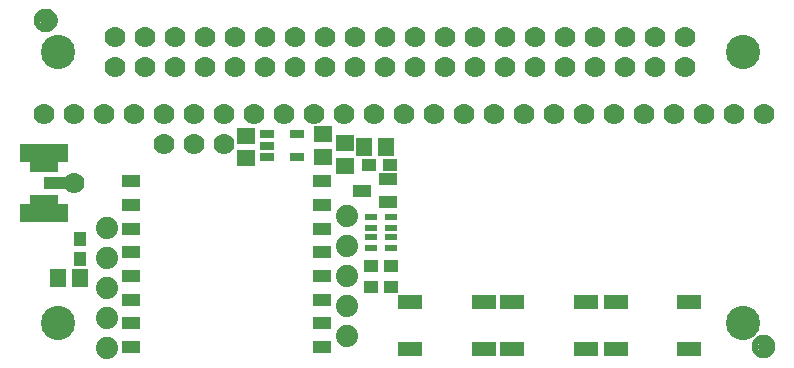
<source format=gbr>
G04 EAGLE Gerber RS-274X export*
G75*
%MOMM*%
%FSLAX34Y34*%
%LPD*%
%INSoldermask Top*%
%IPPOS*%
%AMOC8*
5,1,8,0,0,1.08239X$1,22.5*%
G01*
%ADD10C,2.901600*%
%ADD11C,1.778000*%
%ADD12R,1.341600X1.601600*%
%ADD13R,1.601600X1.101600*%
%ADD14R,4.165600X1.625600*%
%ADD15R,2.133600X1.117600*%
%ADD16R,2.336800X0.914400*%
%ADD17C,1.879600*%
%ADD18C,1.101600*%
%ADD19C,0.500000*%
%ADD20R,1.301600X0.651600*%
%ADD21R,1.601600X1.341600*%
%ADD22R,1.101600X1.176600*%
%ADD23R,1.176600X1.101600*%
%ADD24R,1.501600X1.101600*%
%ADD25R,2.101600X1.301600*%
%ADD26R,1.001600X0.551600*%


D10*
X35000Y263730D03*
X615000Y263730D03*
X615000Y33730D03*
X35000Y33730D03*
D11*
X83700Y251030D03*
X83700Y276430D03*
X109100Y251030D03*
X109100Y276430D03*
X134500Y251030D03*
X134500Y276430D03*
X159900Y251030D03*
X159900Y276430D03*
X185300Y251030D03*
X185300Y276430D03*
X210700Y251030D03*
X210700Y276430D03*
X236100Y251030D03*
X236100Y276430D03*
X261500Y251030D03*
X261500Y276430D03*
X286900Y251030D03*
X286900Y276430D03*
X312300Y251030D03*
X312300Y276430D03*
X337700Y251030D03*
X337700Y276430D03*
X363100Y251030D03*
X363100Y276430D03*
X388500Y251030D03*
X388500Y276430D03*
X413900Y251030D03*
X413900Y276430D03*
X439300Y251030D03*
X439300Y276430D03*
X464700Y251030D03*
X464700Y276430D03*
X490100Y251030D03*
X490100Y276430D03*
X515500Y251030D03*
X515500Y276430D03*
X540900Y251030D03*
X540900Y276430D03*
X566300Y251030D03*
X566300Y276430D03*
X22860Y210820D03*
X48260Y210820D03*
X73660Y210820D03*
X99060Y210820D03*
X124460Y210820D03*
X149860Y210820D03*
X175260Y210820D03*
X200660Y210820D03*
X226060Y210820D03*
X251460Y210820D03*
X276860Y210820D03*
X302260Y210820D03*
X327660Y210820D03*
X353060Y210820D03*
X378460Y210820D03*
X403860Y210820D03*
X429260Y210820D03*
X454660Y210820D03*
X480060Y210820D03*
X505460Y210820D03*
X530860Y210820D03*
X556260Y210820D03*
X581660Y210820D03*
X607060Y210820D03*
X632460Y210820D03*
D12*
X53950Y72390D03*
X34950Y72390D03*
D13*
X96800Y153820D03*
X96800Y133820D03*
X96800Y113820D03*
X96800Y93820D03*
X96800Y73820D03*
X96800Y53820D03*
X96800Y33820D03*
X96800Y13820D03*
X258800Y13820D03*
X258800Y33820D03*
X258800Y53820D03*
X258800Y73820D03*
X258800Y93820D03*
X258800Y113820D03*
X258800Y133820D03*
X258800Y153820D03*
D14*
X22860Y177800D03*
X22860Y127000D03*
D15*
X33020Y152400D03*
D16*
X23114Y166354D03*
X23114Y138446D03*
D17*
X76200Y12700D03*
X76200Y38100D03*
X76200Y63500D03*
X76200Y88900D03*
X76200Y114300D03*
D18*
X24765Y290195D03*
D19*
X24765Y297695D02*
X24584Y297693D01*
X24403Y297686D01*
X24222Y297675D01*
X24041Y297660D01*
X23861Y297640D01*
X23681Y297616D01*
X23502Y297588D01*
X23324Y297555D01*
X23147Y297518D01*
X22970Y297477D01*
X22795Y297432D01*
X22620Y297382D01*
X22447Y297328D01*
X22276Y297270D01*
X22105Y297208D01*
X21937Y297141D01*
X21770Y297071D01*
X21604Y296997D01*
X21441Y296918D01*
X21280Y296836D01*
X21120Y296750D01*
X20963Y296660D01*
X20808Y296566D01*
X20655Y296469D01*
X20505Y296367D01*
X20357Y296263D01*
X20211Y296154D01*
X20069Y296043D01*
X19929Y295927D01*
X19792Y295809D01*
X19657Y295687D01*
X19526Y295562D01*
X19398Y295434D01*
X19273Y295303D01*
X19151Y295168D01*
X19033Y295031D01*
X18917Y294891D01*
X18806Y294749D01*
X18697Y294603D01*
X18593Y294455D01*
X18491Y294305D01*
X18394Y294152D01*
X18300Y293997D01*
X18210Y293840D01*
X18124Y293680D01*
X18042Y293519D01*
X17963Y293356D01*
X17889Y293190D01*
X17819Y293023D01*
X17752Y292855D01*
X17690Y292684D01*
X17632Y292513D01*
X17578Y292340D01*
X17528Y292165D01*
X17483Y291990D01*
X17442Y291813D01*
X17405Y291636D01*
X17372Y291458D01*
X17344Y291279D01*
X17320Y291099D01*
X17300Y290919D01*
X17285Y290738D01*
X17274Y290557D01*
X17267Y290376D01*
X17265Y290195D01*
X24765Y297695D02*
X24946Y297693D01*
X25127Y297686D01*
X25308Y297675D01*
X25489Y297660D01*
X25669Y297640D01*
X25849Y297616D01*
X26028Y297588D01*
X26206Y297555D01*
X26383Y297518D01*
X26560Y297477D01*
X26735Y297432D01*
X26910Y297382D01*
X27083Y297328D01*
X27254Y297270D01*
X27425Y297208D01*
X27593Y297141D01*
X27760Y297071D01*
X27926Y296997D01*
X28089Y296918D01*
X28250Y296836D01*
X28410Y296750D01*
X28567Y296660D01*
X28722Y296566D01*
X28875Y296469D01*
X29025Y296367D01*
X29173Y296263D01*
X29319Y296154D01*
X29461Y296043D01*
X29601Y295927D01*
X29738Y295809D01*
X29873Y295687D01*
X30004Y295562D01*
X30132Y295434D01*
X30257Y295303D01*
X30379Y295168D01*
X30497Y295031D01*
X30613Y294891D01*
X30724Y294749D01*
X30833Y294603D01*
X30937Y294455D01*
X31039Y294305D01*
X31136Y294152D01*
X31230Y293997D01*
X31320Y293840D01*
X31406Y293680D01*
X31488Y293519D01*
X31567Y293356D01*
X31641Y293190D01*
X31711Y293023D01*
X31778Y292855D01*
X31840Y292684D01*
X31898Y292513D01*
X31952Y292340D01*
X32002Y292165D01*
X32047Y291990D01*
X32088Y291813D01*
X32125Y291636D01*
X32158Y291458D01*
X32186Y291279D01*
X32210Y291099D01*
X32230Y290919D01*
X32245Y290738D01*
X32256Y290557D01*
X32263Y290376D01*
X32265Y290195D01*
X32263Y290014D01*
X32256Y289833D01*
X32245Y289652D01*
X32230Y289471D01*
X32210Y289291D01*
X32186Y289111D01*
X32158Y288932D01*
X32125Y288754D01*
X32088Y288577D01*
X32047Y288400D01*
X32002Y288225D01*
X31952Y288050D01*
X31898Y287877D01*
X31840Y287706D01*
X31778Y287535D01*
X31711Y287367D01*
X31641Y287200D01*
X31567Y287034D01*
X31488Y286871D01*
X31406Y286710D01*
X31320Y286550D01*
X31230Y286393D01*
X31136Y286238D01*
X31039Y286085D01*
X30937Y285935D01*
X30833Y285787D01*
X30724Y285641D01*
X30613Y285499D01*
X30497Y285359D01*
X30379Y285222D01*
X30257Y285087D01*
X30132Y284956D01*
X30004Y284828D01*
X29873Y284703D01*
X29738Y284581D01*
X29601Y284463D01*
X29461Y284347D01*
X29319Y284236D01*
X29173Y284127D01*
X29025Y284023D01*
X28875Y283921D01*
X28722Y283824D01*
X28567Y283730D01*
X28410Y283640D01*
X28250Y283554D01*
X28089Y283472D01*
X27926Y283393D01*
X27760Y283319D01*
X27593Y283249D01*
X27425Y283182D01*
X27254Y283120D01*
X27083Y283062D01*
X26910Y283008D01*
X26735Y282958D01*
X26560Y282913D01*
X26383Y282872D01*
X26206Y282835D01*
X26028Y282802D01*
X25849Y282774D01*
X25669Y282750D01*
X25489Y282730D01*
X25308Y282715D01*
X25127Y282704D01*
X24946Y282697D01*
X24765Y282695D01*
X24584Y282697D01*
X24403Y282704D01*
X24222Y282715D01*
X24041Y282730D01*
X23861Y282750D01*
X23681Y282774D01*
X23502Y282802D01*
X23324Y282835D01*
X23147Y282872D01*
X22970Y282913D01*
X22795Y282958D01*
X22620Y283008D01*
X22447Y283062D01*
X22276Y283120D01*
X22105Y283182D01*
X21937Y283249D01*
X21770Y283319D01*
X21604Y283393D01*
X21441Y283472D01*
X21280Y283554D01*
X21120Y283640D01*
X20963Y283730D01*
X20808Y283824D01*
X20655Y283921D01*
X20505Y284023D01*
X20357Y284127D01*
X20211Y284236D01*
X20069Y284347D01*
X19929Y284463D01*
X19792Y284581D01*
X19657Y284703D01*
X19526Y284828D01*
X19398Y284956D01*
X19273Y285087D01*
X19151Y285222D01*
X19033Y285359D01*
X18917Y285499D01*
X18806Y285641D01*
X18697Y285787D01*
X18593Y285935D01*
X18491Y286085D01*
X18394Y286238D01*
X18300Y286393D01*
X18210Y286550D01*
X18124Y286710D01*
X18042Y286871D01*
X17963Y287034D01*
X17889Y287200D01*
X17819Y287367D01*
X17752Y287535D01*
X17690Y287706D01*
X17632Y287877D01*
X17578Y288050D01*
X17528Y288225D01*
X17483Y288400D01*
X17442Y288577D01*
X17405Y288754D01*
X17372Y288932D01*
X17344Y289111D01*
X17320Y289291D01*
X17300Y289471D01*
X17285Y289652D01*
X17274Y289833D01*
X17267Y290014D01*
X17265Y290195D01*
D18*
X632460Y13970D03*
D19*
X632460Y21470D02*
X632279Y21468D01*
X632098Y21461D01*
X631917Y21450D01*
X631736Y21435D01*
X631556Y21415D01*
X631376Y21391D01*
X631197Y21363D01*
X631019Y21330D01*
X630842Y21293D01*
X630665Y21252D01*
X630490Y21207D01*
X630315Y21157D01*
X630142Y21103D01*
X629971Y21045D01*
X629800Y20983D01*
X629632Y20916D01*
X629465Y20846D01*
X629299Y20772D01*
X629136Y20693D01*
X628975Y20611D01*
X628815Y20525D01*
X628658Y20435D01*
X628503Y20341D01*
X628350Y20244D01*
X628200Y20142D01*
X628052Y20038D01*
X627906Y19929D01*
X627764Y19818D01*
X627624Y19702D01*
X627487Y19584D01*
X627352Y19462D01*
X627221Y19337D01*
X627093Y19209D01*
X626968Y19078D01*
X626846Y18943D01*
X626728Y18806D01*
X626612Y18666D01*
X626501Y18524D01*
X626392Y18378D01*
X626288Y18230D01*
X626186Y18080D01*
X626089Y17927D01*
X625995Y17772D01*
X625905Y17615D01*
X625819Y17455D01*
X625737Y17294D01*
X625658Y17131D01*
X625584Y16965D01*
X625514Y16798D01*
X625447Y16630D01*
X625385Y16459D01*
X625327Y16288D01*
X625273Y16115D01*
X625223Y15940D01*
X625178Y15765D01*
X625137Y15588D01*
X625100Y15411D01*
X625067Y15233D01*
X625039Y15054D01*
X625015Y14874D01*
X624995Y14694D01*
X624980Y14513D01*
X624969Y14332D01*
X624962Y14151D01*
X624960Y13970D01*
X632460Y21470D02*
X632641Y21468D01*
X632822Y21461D01*
X633003Y21450D01*
X633184Y21435D01*
X633364Y21415D01*
X633544Y21391D01*
X633723Y21363D01*
X633901Y21330D01*
X634078Y21293D01*
X634255Y21252D01*
X634430Y21207D01*
X634605Y21157D01*
X634778Y21103D01*
X634949Y21045D01*
X635120Y20983D01*
X635288Y20916D01*
X635455Y20846D01*
X635621Y20772D01*
X635784Y20693D01*
X635945Y20611D01*
X636105Y20525D01*
X636262Y20435D01*
X636417Y20341D01*
X636570Y20244D01*
X636720Y20142D01*
X636868Y20038D01*
X637014Y19929D01*
X637156Y19818D01*
X637296Y19702D01*
X637433Y19584D01*
X637568Y19462D01*
X637699Y19337D01*
X637827Y19209D01*
X637952Y19078D01*
X638074Y18943D01*
X638192Y18806D01*
X638308Y18666D01*
X638419Y18524D01*
X638528Y18378D01*
X638632Y18230D01*
X638734Y18080D01*
X638831Y17927D01*
X638925Y17772D01*
X639015Y17615D01*
X639101Y17455D01*
X639183Y17294D01*
X639262Y17131D01*
X639336Y16965D01*
X639406Y16798D01*
X639473Y16630D01*
X639535Y16459D01*
X639593Y16288D01*
X639647Y16115D01*
X639697Y15940D01*
X639742Y15765D01*
X639783Y15588D01*
X639820Y15411D01*
X639853Y15233D01*
X639881Y15054D01*
X639905Y14874D01*
X639925Y14694D01*
X639940Y14513D01*
X639951Y14332D01*
X639958Y14151D01*
X639960Y13970D01*
X639958Y13789D01*
X639951Y13608D01*
X639940Y13427D01*
X639925Y13246D01*
X639905Y13066D01*
X639881Y12886D01*
X639853Y12707D01*
X639820Y12529D01*
X639783Y12352D01*
X639742Y12175D01*
X639697Y12000D01*
X639647Y11825D01*
X639593Y11652D01*
X639535Y11481D01*
X639473Y11310D01*
X639406Y11142D01*
X639336Y10975D01*
X639262Y10809D01*
X639183Y10646D01*
X639101Y10485D01*
X639015Y10325D01*
X638925Y10168D01*
X638831Y10013D01*
X638734Y9860D01*
X638632Y9710D01*
X638528Y9562D01*
X638419Y9416D01*
X638308Y9274D01*
X638192Y9134D01*
X638074Y8997D01*
X637952Y8862D01*
X637827Y8731D01*
X637699Y8603D01*
X637568Y8478D01*
X637433Y8356D01*
X637296Y8238D01*
X637156Y8122D01*
X637014Y8011D01*
X636868Y7902D01*
X636720Y7798D01*
X636570Y7696D01*
X636417Y7599D01*
X636262Y7505D01*
X636105Y7415D01*
X635945Y7329D01*
X635784Y7247D01*
X635621Y7168D01*
X635455Y7094D01*
X635288Y7024D01*
X635120Y6957D01*
X634949Y6895D01*
X634778Y6837D01*
X634605Y6783D01*
X634430Y6733D01*
X634255Y6688D01*
X634078Y6647D01*
X633901Y6610D01*
X633723Y6577D01*
X633544Y6549D01*
X633364Y6525D01*
X633184Y6505D01*
X633003Y6490D01*
X632822Y6479D01*
X632641Y6472D01*
X632460Y6470D01*
X632279Y6472D01*
X632098Y6479D01*
X631917Y6490D01*
X631736Y6505D01*
X631556Y6525D01*
X631376Y6549D01*
X631197Y6577D01*
X631019Y6610D01*
X630842Y6647D01*
X630665Y6688D01*
X630490Y6733D01*
X630315Y6783D01*
X630142Y6837D01*
X629971Y6895D01*
X629800Y6957D01*
X629632Y7024D01*
X629465Y7094D01*
X629299Y7168D01*
X629136Y7247D01*
X628975Y7329D01*
X628815Y7415D01*
X628658Y7505D01*
X628503Y7599D01*
X628350Y7696D01*
X628200Y7798D01*
X628052Y7902D01*
X627906Y8011D01*
X627764Y8122D01*
X627624Y8238D01*
X627487Y8356D01*
X627352Y8478D01*
X627221Y8603D01*
X627093Y8731D01*
X626968Y8862D01*
X626846Y8997D01*
X626728Y9134D01*
X626612Y9274D01*
X626501Y9416D01*
X626392Y9562D01*
X626288Y9710D01*
X626186Y9860D01*
X626089Y10013D01*
X625995Y10168D01*
X625905Y10325D01*
X625819Y10485D01*
X625737Y10646D01*
X625658Y10809D01*
X625584Y10975D01*
X625514Y11142D01*
X625447Y11310D01*
X625385Y11481D01*
X625327Y11652D01*
X625273Y11825D01*
X625223Y12000D01*
X625178Y12175D01*
X625137Y12352D01*
X625100Y12529D01*
X625067Y12707D01*
X625039Y12886D01*
X625015Y13066D01*
X624995Y13246D01*
X624980Y13427D01*
X624969Y13608D01*
X624962Y13789D01*
X624960Y13970D01*
D20*
X211789Y193650D03*
X211789Y184150D03*
X211789Y174650D03*
X237791Y174650D03*
X237791Y193650D03*
D21*
X194310Y192380D03*
X194310Y173380D03*
X259080Y193650D03*
X259080Y174650D03*
D17*
X279400Y124460D03*
X279400Y99060D03*
X279400Y73660D03*
X279400Y48260D03*
X279400Y22860D03*
D22*
X53340Y88020D03*
X53340Y105020D03*
D11*
X48260Y152400D03*
D23*
X300110Y64770D03*
X317110Y64770D03*
X300110Y82550D03*
X317110Y82550D03*
D21*
X278130Y167030D03*
X278130Y186030D03*
D12*
X294030Y182880D03*
X313030Y182880D03*
D23*
X298840Y167640D03*
X315840Y167640D03*
D24*
X292530Y146050D03*
X314530Y155550D03*
X314530Y136550D03*
D25*
X395490Y11750D03*
X333490Y11750D03*
X333490Y51750D03*
X395490Y51750D03*
X481850Y11750D03*
X419850Y11750D03*
X419850Y51750D03*
X481850Y51750D03*
X569480Y11750D03*
X507480Y11750D03*
X507480Y51750D03*
X569480Y51750D03*
D26*
X317110Y123490D03*
X300110Y123490D03*
X317110Y114490D03*
X317110Y106490D03*
X317110Y97490D03*
X300110Y97490D03*
X300110Y114490D03*
X300110Y106490D03*
D11*
X175260Y185420D03*
X149860Y185420D03*
X124460Y185420D03*
M02*

</source>
